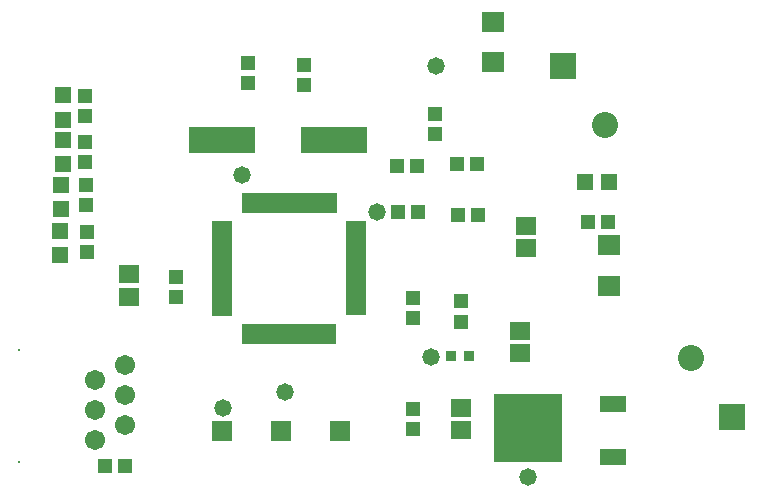
<source format=gts>
%FSLAX25Y25*%
%MOIN*%
G70*
G01*
G75*
G04 Layer_Color=8388736*
%ADD10R,0.21654X0.07874*%
%ADD11R,0.22047X0.22047*%
%ADD12R,0.07874X0.04724*%
%ADD13R,0.05906X0.01181*%
%ADD14R,0.01181X0.05906*%
%ADD15R,0.03937X0.04331*%
%ADD16R,0.04331X0.03937*%
%ADD17R,0.04724X0.04724*%
%ADD18R,0.02756X0.02756*%
%ADD19R,0.04724X0.04724*%
%ADD20R,0.06614X0.05984*%
%ADD21R,0.05906X0.05118*%
%ADD22C,0.02756*%
%ADD23C,0.04724*%
%ADD24C,0.01000*%
%ADD25C,0.01181*%
%ADD26C,0.03937*%
%ADD27R,0.07874X0.07874*%
%ADD28C,0.07874*%
%ADD29R,0.05906X0.05906*%
%ADD30C,0.05906*%
%ADD31C,0.05000*%
%ADD32C,0.19685*%
%ADD33C,0.07874*%
%ADD34C,0.01969*%
%ADD35C,0.00394*%
%ADD36R,0.22453X0.08674*%
%ADD37R,0.22847X0.22847*%
%ADD38R,0.08674X0.05524*%
%ADD39R,0.06706X0.01981*%
%ADD40R,0.01981X0.06706*%
%ADD41R,0.04737X0.05131*%
%ADD42R,0.05131X0.04737*%
%ADD43R,0.05524X0.05524*%
%ADD44R,0.03556X0.03556*%
%ADD45R,0.05524X0.05524*%
%ADD46R,0.07414X0.06784*%
%ADD47R,0.06706X0.05918*%
%ADD48R,0.08674X0.08674*%
%ADD49C,0.08674*%
%ADD50R,0.06706X0.06706*%
%ADD51C,0.06706*%
%ADD52C,0.00800*%
%ADD53C,0.05800*%
D36*
X94488Y116929D02*
D03*
X131890D02*
D03*
D37*
X196457Y20866D02*
D03*
D38*
X224803Y11024D02*
D03*
Y28740D02*
D03*
D39*
X139106Y88866D02*
D03*
Y86898D02*
D03*
Y84929D02*
D03*
Y82961D02*
D03*
Y80992D02*
D03*
Y79024D02*
D03*
Y77055D02*
D03*
Y75087D02*
D03*
Y73118D02*
D03*
Y71150D02*
D03*
Y69181D02*
D03*
Y67213D02*
D03*
Y65244D02*
D03*
Y63276D02*
D03*
Y61307D02*
D03*
Y59339D02*
D03*
X94606Y88701D02*
D03*
Y86732D02*
D03*
Y84764D02*
D03*
Y82795D02*
D03*
Y80827D02*
D03*
Y78858D02*
D03*
Y76890D02*
D03*
Y74921D02*
D03*
Y72953D02*
D03*
Y70984D02*
D03*
Y69016D02*
D03*
Y67047D02*
D03*
Y65079D02*
D03*
Y63110D02*
D03*
Y61142D02*
D03*
Y59173D02*
D03*
D40*
X131606Y52173D02*
D03*
X129638D02*
D03*
X127669D02*
D03*
X125701D02*
D03*
X123732D02*
D03*
X121764D02*
D03*
X119795D02*
D03*
X117827D02*
D03*
X115858D02*
D03*
X113890D02*
D03*
X111921D02*
D03*
X109953D02*
D03*
X107984D02*
D03*
X106016D02*
D03*
X104047D02*
D03*
X102079D02*
D03*
X131634Y95866D02*
D03*
X129665D02*
D03*
X127697D02*
D03*
X125728D02*
D03*
X123760D02*
D03*
X121791D02*
D03*
X119823D02*
D03*
X117854D02*
D03*
X115886D02*
D03*
X113917D02*
D03*
X111949D02*
D03*
X109980D02*
D03*
X108012D02*
D03*
X106043D02*
D03*
X104075D02*
D03*
X102106D02*
D03*
D41*
X223228Y89370D02*
D03*
X216535D02*
D03*
X62205Y8268D02*
D03*
X55512D02*
D03*
X152756Y108268D02*
D03*
X159449D02*
D03*
X153150Y92913D02*
D03*
X159843D02*
D03*
X179528Y108661D02*
D03*
X172835D02*
D03*
X179921Y91732D02*
D03*
X173228D02*
D03*
D42*
X48819Y131496D02*
D03*
Y124803D02*
D03*
Y116142D02*
D03*
Y109449D02*
D03*
X49213Y101969D02*
D03*
Y95276D02*
D03*
X49606Y86221D02*
D03*
Y79528D02*
D03*
X174016Y62992D02*
D03*
Y56299D02*
D03*
X158268Y20472D02*
D03*
Y27165D02*
D03*
X79134Y64567D02*
D03*
Y71260D02*
D03*
X103150Y135827D02*
D03*
Y142520D02*
D03*
X121653Y135039D02*
D03*
Y141732D02*
D03*
X158268Y64173D02*
D03*
Y57480D02*
D03*
X165354Y125591D02*
D03*
Y118898D02*
D03*
D43*
X40551Y86613D02*
D03*
Y78346D02*
D03*
X40944Y101968D02*
D03*
Y93700D02*
D03*
X41338Y116928D02*
D03*
Y108661D02*
D03*
Y131889D02*
D03*
Y123621D02*
D03*
D44*
X170866Y44882D02*
D03*
X176772D02*
D03*
D45*
X223622Y102756D02*
D03*
X215354D02*
D03*
D46*
X223622Y68110D02*
D03*
Y81693D02*
D03*
X184646Y156299D02*
D03*
Y142717D02*
D03*
D47*
X174016Y27559D02*
D03*
Y20079D02*
D03*
X193701Y53150D02*
D03*
Y45669D02*
D03*
X195669Y88189D02*
D03*
Y80709D02*
D03*
X63386Y72047D02*
D03*
Y64567D02*
D03*
D48*
X264567Y24409D02*
D03*
X208268Y141339D02*
D03*
D49*
X250787Y44094D02*
D03*
X222047Y121653D02*
D03*
D50*
X133858Y19685D02*
D03*
X114173D02*
D03*
X94488D02*
D03*
D51*
X61968Y41929D02*
D03*
X51968Y36929D02*
D03*
X61968Y31929D02*
D03*
Y21929D02*
D03*
X51968Y26929D02*
D03*
Y16929D02*
D03*
D52*
X26929Y46929D02*
D03*
Y9409D02*
D03*
D53*
X115354Y32677D02*
D03*
X165748Y141339D02*
D03*
X146063Y92913D02*
D03*
X196457Y4331D02*
D03*
X101181Y105118D02*
D03*
X164173Y44488D02*
D03*
X94882Y27559D02*
D03*
M02*

</source>
